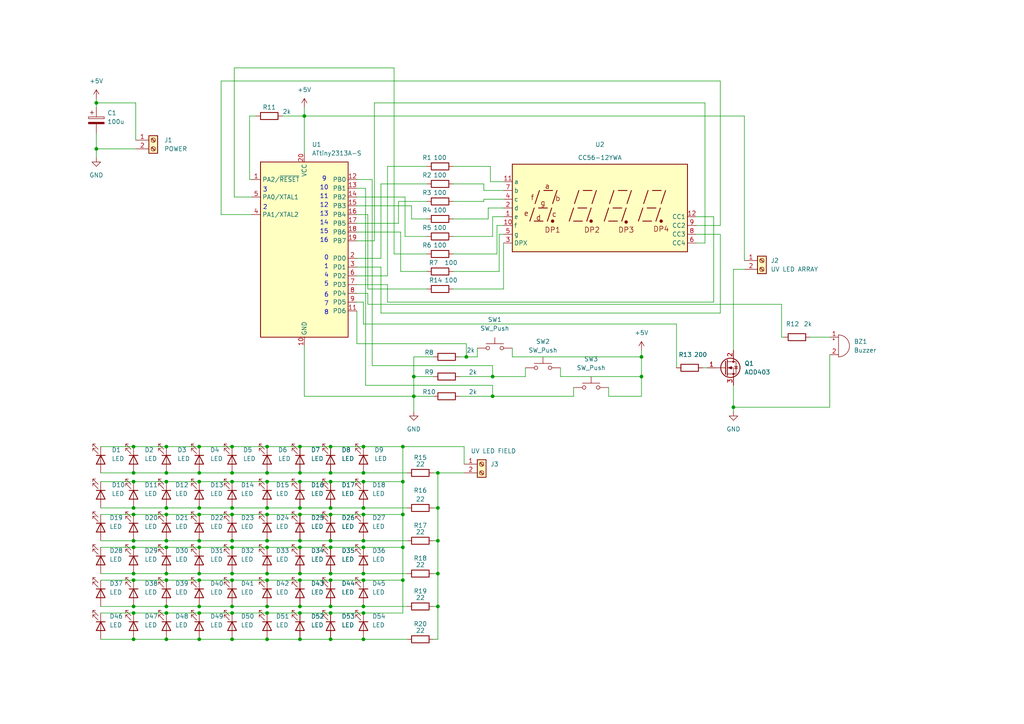
<source format=kicad_sch>
(kicad_sch (version 20230121) (generator eeschema)
  (paper "A4")
  (title_block (title "UV излучатель с таймером") (date "01.12.23") (rev "0.1.1") (company "CYBEREX TECH"))
  (lib_symbols
    (symbol "Connector:Screw_Terminal_01x02" (pin_names (offset 1.016) hide)
      (property "Reference" "J" (at 0 2.54 0))
      (property "Value" "Screw_Terminal_01x02" (at 0 -5.08 0))
      (symbol "Screw_Terminal_01x02_1_1"
        (rectangle (start -1.27 1.27) (end 1.27 -3.81) (stroke (width 0.254)) (fill (type background)))
        (circle (center 0 -2.54) (radius 0.635) (stroke (width 0.1524)))
        (polyline (pts (xy -0.5334 -2.2098) (xy 0.3302 -3.048)) (stroke (width 0.1524)))
        (polyline (pts (xy -0.5334 0.3302) (xy 0.3302 -0.508)) (stroke (width 0.1524)))
        (polyline (pts (xy -0.3556 -2.032) (xy 0.508 -2.8702)) (stroke (width 0.1524)))
        (polyline (pts (xy -0.3556 0.508) (xy 0.508 -0.3302)) (stroke (width 0.1524)))
        (circle (center 0 0) (radius 0.635) (stroke (width 0.1524)))
        (pin passive line (at -5.08 0 0) (length 3.81) (name "Pin_1") (number "1"))
        (pin passive line (at -5.08 -2.54 0) (length 3.81) (name "Pin_2") (number "2"))
      )
    )
    (symbol "Device:Buzzer" (pin_names (offset 0.0254) hide)
      (property "Reference" "BZ" (at 3.81 1.27 0))
      (property "Value" "Buzzer" (at 3.81 -1.27 0))
      (symbol "Buzzer_0_1"
        (arc (start 0 -3.175) (mid 3.1612 0) (end 0 3.175))
        (polyline (pts (xy -1.651 1.905) (xy -1.143 1.905)))
        (polyline (pts (xy -1.397 2.159) (xy -1.397 1.651)))
        (polyline (pts (xy 0 3.175) (xy 0 -3.175)))
      )
      (symbol "Buzzer_1_1"
        (pin passive line (at -2.54 2.54 0) (length 2.54) (name "-") (number "1"))
        (pin passive line (at -2.54 -2.54 0) (length 2.54) (name "+") (number "2"))
      )
    )
    (symbol "Device:C_Polarized" (pin_numbers hide) (pin_names (offset 0.254))
      (property "Reference" "C" (at 0.635 2.54 0))
      (property "Value" "C_Polarized" (at 0.635 -2.54 0))
      (symbol "C_Polarized_0_1"
        (rectangle (start -2.286 0.508) (end 2.286 1.016))
        (polyline (pts (xy -1.778 2.286) (xy -0.762 2.286)))
        (polyline (pts (xy -1.27 2.794) (xy -1.27 1.778)))
        (rectangle (start 2.286 -0.508) (end -2.286 -1.016) (fill (type outline)))
      )
      (symbol "C_Polarized_1_1"
        (pin passive line (at 0 3.81 270) (length 2.794) (name "~") (number "1"))
        (pin passive line (at 0 -3.81 90) (length 2.794) (name "~") (number "2"))
      )
    )
    (symbol "Device:LED" (pin_numbers hide) (pin_names (offset 1.016) hide)
      (property "Reference" "D" (at 0 2.54 0))
      (property "Value" "LED" (at 0 -2.54 0))
      (symbol "LED_0_1"
        (polyline (pts (xy -1.27 -1.27) (xy -1.27 1.27)) (stroke (width 0.254)))
        (polyline (pts (xy -1.27 0) (xy 1.27 0)))
        (polyline (pts (xy 1.27 -1.27) (xy 1.27 1.27) (xy -1.27 0) (xy 1.27 -1.27)) (stroke (width 0.254)))
        (polyline (pts (xy -3.048 -0.762) (xy -4.572 -2.286) (xy -3.81 -2.286) (xy -4.572 -2.286) (xy -4.572 -1.524)))
        (polyline (pts (xy -1.778 -0.762) (xy -3.302 -2.286) (xy -2.54 -2.286) (xy -3.302 -2.286) (xy -3.302 -1.524)))
      )
      (symbol "LED_1_1"
        (pin passive line (at -3.81 0 0) (length 2.54) (name "K") (number "1"))
        (pin passive line (at 3.81 0 180) (length 2.54) (name "A") (number "2"))
      )
    )
    (symbol "Device:Q_NMOS_Depletion_GDS" (pin_names (offset 0) hide)
      (property "Reference" "Q" (at 5.08 1.905 0))
      (property "Value" "Q_NMOS_Depletion_GDS" (at 5.08 0 0))
      (symbol "Q_NMOS_Depletion_GDS_0_1"
        (polyline (pts (xy 0.254 0) (xy -2.54 0)))
        (polyline (pts (xy 0.254 1.905) (xy 0.254 -1.905)) (stroke (width 0.254)))
        (polyline (pts (xy 0.762 2.286) (xy 0.762 -2.286)) (stroke (width 0.254)))
        (polyline (pts (xy 2.54 2.54) (xy 2.54 1.778)))
        (polyline (pts (xy 2.54 -2.54) (xy 2.54 0) (xy 0.762 0)))
        (polyline (pts (xy 0.762 -1.778) (xy 3.302 -1.778) (xy 3.302 1.778) (xy 0.762 1.778)))
        (polyline (pts (xy 1.016 0) (xy 2.032 0.381) (xy 2.032 -0.381) (xy 1.016 0)) (fill (type outline)))
        (polyline (pts (xy 2.794 0.508) (xy 2.921 0.381) (xy 3.683 0.381) (xy 3.81 0.254)))
        (polyline (pts (xy 3.302 0.381) (xy 2.921 -0.254) (xy 3.683 -0.254) (xy 3.302 0.381)))
        (circle (center 1.651 0) (radius 2.794) (stroke (width 0.254)))
        (circle (center 2.54 -1.778) (radius 0.254) (fill (type outline)))
        (circle (center 2.54 1.778) (radius 0.254) (fill (type outline)))
      )
      (symbol "Q_NMOS_Depletion_GDS_1_1"
        (pin input line (at -5.08 0 0) (length 2.54) (name "G") (number "1"))
        (pin passive line (at 2.54 5.08 270) (length 2.54) (name "D") (number "2"))
        (pin passive line (at 2.54 -5.08 90) (length 2.54) (name "S") (number "3"))
      )
    )
    (symbol "Device:R" (pin_numbers hide) (pin_names (offset 0))
      (property "Reference" "R" (at 2.032 0 90))
      (property "Value" "R" (at 0 0 90))
      (symbol "R_0_1"
        (rectangle (start -1.016 -2.54) (end 1.016 2.54) (stroke (width 0.254)))
      )
      (symbol "R_1_1"
        (pin passive line (at 0 3.81 270) (length 1.27) (name "~") (number "1"))
        (pin passive line (at 0 -3.81 90) (length 1.27) (name "~") (number "2"))
      )
    )
    (symbol "Display_Character:CC56-12YWA"
      (property "Reference" "U" (at -24.13 13.97 0))
      (property "Value" "CC56-12YWA" (at 17.78 13.97 0))
      (symbol "CC56-12YWA_0_0"
        (rectangle (start -25.4 12.7) (end 25.4 -12.7) (stroke (width 0.254)) (fill (type background)))
        (polyline (pts (xy -20.32 -3.81) (xy -19.05 0)) (stroke (width 0.254)))
        (polyline (pts (xy -19.05 -3.81) (xy -16.51 -3.81)) (stroke (width 0.254)))
        (polyline (pts (xy -18.796 1.27) (xy -17.526 5.08)) (stroke (width 0.254)))
        (polyline (pts (xy -17.78 0) (xy -15.24 0)) (stroke (width 0.254)))
        (polyline (pts (xy -16.256 5.08) (xy -13.716 5.08)) (stroke (width 0.254)))
        (polyline (pts (xy -15.24 -3.81) (xy -13.97 0)) (stroke (width 0.254)))
        (polyline (pts (xy -13.716 1.27) (xy -12.446 5.08)) (stroke (width 0.254)))
        (polyline (pts (xy -8.89 -3.81) (xy -7.62 0)) (stroke (width 0.254)))
        (polyline (pts (xy -7.62 -3.81) (xy -5.08 -3.81)) (stroke (width 0.254)))
        (polyline (pts (xy -7.366 1.27) (xy -6.096 5.08)) (stroke (width 0.254)))
        (polyline (pts (xy -6.35 0) (xy -3.81 0)) (stroke (width 0.254)))
        (polyline (pts (xy -4.826 5.08) (xy -2.286 5.08)) (stroke (width 0.254)))
        (polyline (pts (xy -3.81 -3.81) (xy -2.54 0)) (stroke (width 0.254)))
        (polyline (pts (xy -2.286 1.27) (xy -1.016 5.08)) (stroke (width 0.254)))
        (polyline (pts (xy 1.27 -3.81) (xy 2.54 0)) (stroke (width 0.254)))
        (polyline (pts (xy 2.54 -3.81) (xy 5.08 -3.81)) (stroke (width 0.254)))
        (polyline (pts (xy 2.794 1.27) (xy 4.064 5.08)) (stroke (width 0.254)))
        (polyline (pts (xy 3.81 0) (xy 6.35 0)) (stroke (width 0.254)))
        (polyline (pts (xy 5.334 5.08) (xy 7.874 5.08)) (stroke (width 0.254)))
        (polyline (pts (xy 6.35 -3.81) (xy 7.62 0)) (stroke (width 0.254)))
        (polyline (pts (xy 7.874 1.27) (xy 9.144 5.08)) (stroke (width 0.254)))
        (polyline (pts (xy 11.176 -3.81) (xy 12.446 0)) (stroke (width 0.254)))
        (polyline (pts (xy 12.446 -3.81) (xy 14.986 -3.81)) (stroke (width 0.254)))
        (polyline (pts (xy 12.7 1.27) (xy 13.97 5.08)) (stroke (width 0.254)))
        (polyline (pts (xy 13.716 0) (xy 16.256 0)) (stroke (width 0.254)))
        (polyline (pts (xy 15.24 5.08) (xy 17.78 5.08)) (stroke (width 0.254)))
        (polyline (pts (xy 16.256 -3.81) (xy 17.526 0)) (stroke (width 0.254)))
        (polyline (pts (xy 17.78 1.27) (xy 19.05 5.08)) (stroke (width 0.254)))
        (text "a" (at -15.24 6.35 0) (effects (font (size 1.524 1.524))))
        (text "b" (at -12.192 2.794 0) (effects (font (size 1.524 1.524))))
        (text "c" (at -13.208 -1.778 0) (effects (font (size 1.524 1.524))))
        (text "d" (at -17.78 -2.794 0) (effects (font (size 1.524 1.524))))
        (text "DP1" (at -13.716 -6.35 0) (effects (font (size 1.524 1.524))))
        (text "DP2" (at -2.286 -6.35 0) (effects (font (size 1.524 1.524))))
        (text "DP3" (at 7.62 -6.35 0) (effects (font (size 1.524 1.524))))
        (text "DP4" (at 17.78 -6.096 0) (effects (font (size 1.524 1.524))))
        (text "e" (at -21.336 -1.524 0) (effects (font (size 1.524 1.524))))
        (text "f" (at -19.558 3.048 0) (effects (font (size 1.524 1.524))))
        (text "g" (at -16.51 1.524 0) (effects (font (size 1.524 1.524))))
      )
      (symbol "CC56-12YWA_0_1"
        (circle (center -13.716 -3.81) (radius 0.3556) (stroke (width 0.254)) (fill (type outline)))
        (circle (center -2.54 -3.81) (radius 0.3556) (stroke (width 0.254)) (fill (type outline)))
      )
      (symbol "CC56-12YWA_1_0"
        (circle (center 7.62 -4.064) (radius 0.3556) (stroke (width 0.254)) (fill (type outline)))
        (circle (center 17.78 -3.81) (radius 0.3556) (stroke (width 0.254)) (fill (type outline)))
      )
      (symbol "CC56-12YWA_1_1"
        (pin input line (at -27.94 -2.54 0) (length 2.54) (name "e") (number "1"))
        (pin input line (at -27.94 -5.08 0) (length 2.54) (name "f") (number "10"))
        (pin input line (at -27.94 7.62 0) (length 2.54) (name "a") (number "11"))
        (pin input line (at 27.94 -2.54 180) (length 2.54) (name "CC1") (number "12"))
        (pin input line (at -27.94 0 0) (length 2.54) (name "d") (number "2"))
        (pin input line (at -27.94 -10.16 0) (length 2.54) (name "DPX") (number "3"))
        (pin input line (at -27.94 2.54 0) (length 2.54) (name "c") (number "4"))
        (pin input line (at -27.94 -7.62 0) (length 2.54) (name "g") (number "5"))
        (pin input line (at 27.94 -10.16 180) (length 2.54) (name "CC4") (number "6"))
        (pin input line (at -27.94 5.08 0) (length 2.54) (name "b") (number "7"))
        (pin input line (at 27.94 -7.62 180) (length 2.54) (name "CC3") (number "8"))
        (pin input line (at 27.94 -5.08 180) (length 2.54) (name "CC2") (number "9"))
      )
    )
    (symbol "MCU_Microchip_ATtiny:ATtiny2313A-S"
      (property "Reference" "U" (at -12.7 26.67 0))
      (property "Value" "ATtiny2313A-S" (at 2.54 -26.67 0))
      (symbol "ATtiny2313A-S_0_1"
        (rectangle (start -12.7 -25.4) (end 12.7 25.4) (stroke (width 0.254)) (fill (type background)))
      )
      (symbol "ATtiny2313A-S_1_1"
        (pin bidirectional line (at -15.24 20.32 0) (length 2.54) (name "PA2/~{RESET}") (number "1"))
        (pin power_in line (at 0 -27.94 90) (length 2.54) (name "GND") (number "10"))
        (pin bidirectional line (at 15.24 -17.78 180) (length 2.54) (name "PD6") (number "11"))
        (pin bidirectional line (at 15.24 20.32 180) (length 2.54) (name "PB0") (number "12"))
        (pin bidirectional line (at 15.24 17.78 180) (length 2.54) (name "PB1") (number "13"))
        (pin bidirectional line (at 15.24 15.24 180) (length 2.54) (name "PB2") (number "14"))
        (pin bidirectional line (at 15.24 12.7 180) (length 2.54) (name "PB3") (number "15"))
        (pin bidirectional line (at 15.24 10.16 180) (length 2.54) (name "PB4") (number "16"))
        (pin bidirectional line (at 15.24 7.62 180) (length 2.54) (name "PB5") (number "17"))
        (pin bidirectional line (at 15.24 5.08 180) (length 2.54) (name "PB6") (number "18"))
        (pin bidirectional line (at 15.24 2.54 180) (length 2.54) (name "PB7") (number "19"))
        (pin bidirectional line (at 15.24 -2.54 180) (length 2.54) (name "PD0") (number "2"))
        (pin power_in line (at 0 27.94 270) (length 2.54) (name "VCC") (number "20"))
        (pin bidirectional line (at 15.24 -5.08 180) (length 2.54) (name "PD1") (number "3"))
        (pin bidirectional line (at -15.24 10.16 0) (length 2.54) (name "PA1/XTAL2") (number "4"))
        (pin bidirectional line (at -15.24 15.24 0) (length 2.54) (name "PA0/XTAL1") (number "5"))
        (pin bidirectional line (at 15.24 -7.62 180) (length 2.54) (name "PD2") (number "6"))
        (pin bidirectional line (at 15.24 -10.16 180) (length 2.54) (name "PD3") (number "7"))
        (pin bidirectional line (at 15.24 -12.7 180) (length 2.54) (name "PD4") (number "8"))
        (pin bidirectional line (at 15.24 -15.24 180) (length 2.54) (name "PD5") (number "9"))
      )
    )
    (symbol "Switch:SW_Push" (pin_numbers hide) (pin_names (offset 1.016) hide)
      (property "Reference" "SW" (at 1.27 2.54 0))
      (property "Value" "SW_Push" (at 0 -1.524 0))
      (symbol "SW_Push_0_1"
        (circle (center -2.032 0) (radius 0.508))
        (polyline (pts (xy 0 1.27) (xy 0 3.048)))
        (polyline (pts (xy 2.54 1.27) (xy -2.54 1.27)))
        (circle (center 2.032 0) (radius 0.508))
        (pin passive line (at -5.08 0 0) (length 2.54) (name "1") (number "1"))
        (pin passive line (at 5.08 0 180) (length 2.54) (name "2") (number "2"))
      )
    )
    (symbol "power:+5V" (power) (pin_names (offset 0))
      (property "Value" "+5V" (at 0 3.556 0))
      (symbol "+5V_0_1"
        (polyline (pts (xy -0.762 1.27) (xy 0 2.54)))
        (polyline (pts (xy 0 0) (xy 0 2.54)))
        (polyline (pts (xy 0 2.54) (xy 0.762 1.27)))
      )
      (symbol "+5V_1_1"
        (pin power_in line (at 0 0 90) (length 0) hide (name "+5V") (number "1"))
      )
    )
    (symbol "power:GND" (power) (pin_names (offset 0))
      (property "Value" "GND" (at 0 -3.81 0))
      (symbol "GND_0_1"
        (polyline (pts (xy 0 0) (xy 0 -1.27) (xy 1.27 -1.27) (xy 0 -2.54) (xy -1.27 -1.27) (xy 0 -1.27)))
      )
      (symbol "GND_1_1"
        (pin power_in line (at 0 0 270) (length 0) hide (name "GND") (number "1"))
      )
    )
  )
  (junction (at 38.735 166.37))
  (junction (at 77.47 175.895))
  (junction (at 77.47 158.75))
  (junction (at 57.785 137.16))
  (junction (at 38.735 139.7))
  (junction (at 116.84 129.54))
  (junction (at 105.41 158.75))
  (junction (at 86.995 129.54))
  (junction (at 127 147.32))
  (junction (at 77.47 156.845))
  (junction (at 95.885 147.32))
  (junction (at 77.47 149.225))
  (junction (at 57.785 185.42))
  (junction (at 95.885 175.895))
  (junction (at 67.31 168.275))
  (junction (at 38.735 137.16))
  (junction (at 38.735 156.845))
  (junction (at 186.055 103.505))
  (junction (at 57.785 166.37))
  (junction (at 48.26 129.54))
  (junction (at 212.725 118.11))
  (junction (at 77.47 139.7))
  (junction (at 48.26 147.32))
  (junction (at 127 175.895))
  (junction (at 95.885 185.42))
  (junction (at 38.735 149.225))
  (junction (at 48.26 149.225))
  (junction (at 105.41 137.16))
  (junction (at 105.41 156.845))
  (junction (at 27.94 43.18))
  (junction (at 38.735 185.42))
  (junction (at 67.31 129.54))
  (junction (at 86.995 147.32))
  (junction (at 116.84 168.275))
  (junction (at 67.31 139.7))
  (junction (at 95.885 137.16))
  (junction (at 77.47 185.42))
  (junction (at 77.47 166.37))
  (junction (at 86.995 139.7))
  (junction (at 57.785 177.8))
  (junction (at 86.995 177.8))
  (junction (at 48.26 177.8))
  (junction (at 38.735 175.895))
  (junction (at 57.785 147.32))
  (junction (at 95.885 177.8))
  (junction (at 142.875 114.935))
  (junction (at 57.785 149.225))
  (junction (at 105.41 166.37))
  (junction (at 38.735 168.275))
  (junction (at 105.41 149.225))
  (junction (at 27.94 29.845))
  (junction (at 48.26 137.16))
  (junction (at 48.26 156.845))
  (junction (at 48.26 175.895))
  (junction (at 105.41 129.54))
  (junction (at 95.885 149.225))
  (junction (at 67.31 158.75))
  (junction (at 86.995 168.275))
  (junction (at 105.41 139.7))
  (junction (at 142.875 109.22))
  (junction (at 48.26 168.275))
  (junction (at 105.41 147.32))
  (junction (at 57.785 158.75))
  (junction (at 57.785 175.895))
  (junction (at 77.47 177.8))
  (junction (at 186.055 109.22))
  (junction (at 120.015 109.22))
  (junction (at 38.735 158.75))
  (junction (at 77.47 168.275))
  (junction (at 57.785 139.7))
  (junction (at 86.995 166.37))
  (junction (at 86.995 137.16))
  (junction (at 95.885 166.37))
  (junction (at 95.885 129.54))
  (junction (at 67.31 177.8))
  (junction (at 105.41 168.275))
  (junction (at 86.995 158.75))
  (junction (at 57.785 129.54))
  (junction (at 38.735 147.32))
  (junction (at 48.26 158.75))
  (junction (at 77.47 129.54))
  (junction (at 95.885 158.75))
  (junction (at 86.995 149.225))
  (junction (at 48.26 166.37))
  (junction (at 67.31 137.16))
  (junction (at 135.255 103.505))
  (junction (at 95.885 139.7))
  (junction (at 86.995 156.845))
  (junction (at 95.885 156.845))
  (junction (at 105.41 177.8))
  (junction (at 127 166.37))
  (junction (at 67.31 185.42))
  (junction (at 77.47 137.16))
  (junction (at 67.31 175.895))
  (junction (at 116.84 149.225))
  (junction (at 67.31 156.845))
  (junction (at 48.26 139.7))
  (junction (at 105.41 175.895))
  (junction (at 48.26 185.42))
  (junction (at 127 137.16))
  (junction (at 57.785 168.275))
  (junction (at 116.84 139.7))
  (junction (at 95.885 168.275))
  (junction (at 120.015 114.935))
  (junction (at 77.47 147.32))
  (junction (at 38.735 129.54))
  (junction (at 116.84 158.75))
  (junction (at 38.735 177.8))
  (junction (at 67.31 149.225))
  (junction (at 86.995 185.42))
  (junction (at 105.41 185.42))
  (junction (at 86.995 175.895))
  (junction (at 67.31 147.32))
  (junction (at 127 156.845))
  (junction (at 57.785 156.845))
  (junction (at 67.31 166.37))
  (junction (at 88.265 33.655))
  (wire (pts (xy 29.21 185.42) (xy 38.735 185.42)))
  (wire (pts (xy 204.47 70.485) (xy 201.93 70.485)))
  (wire (pts (xy 106.68 88.265) (xy 226.695 88.265)))
  (wire (pts (xy 103.505 74.93) (xy 110.49 74.93)))
  (wire (pts (xy 86.995 166.37) (xy 95.885 166.37)))
  (wire (pts (xy 116.205 78.74) (xy 116.205 67.31)))
  (wire (pts (xy 77.47 175.895) (xy 86.995 175.895)))
  (wire (pts (xy 105.41 156.845) (xy 118.11 156.845)))
  (wire (pts (xy 105.41 137.16) (xy 118.11 137.16)))
  (wire (pts (xy 119.38 59.69) (xy 103.505 59.69)))
  (wire (pts (xy 95.885 166.37) (xy 105.41 166.37)))
  (wire (pts (xy 105.41 147.32) (xy 118.11 147.32)))
  (wire (pts (xy 123.825 68.58) (xy 117.475 68.58)))
  (wire (pts (xy 86.995 139.7) (xy 95.885 139.7)))
  (wire (pts (xy 117.475 68.58) (xy 117.475 57.15)))
  (wire (pts (xy 67.31 166.37) (xy 77.47 166.37)))
  (wire (pts (xy 77.47 139.7) (xy 86.995 139.7)))
  (wire (pts (xy 120.015 114.935) (xy 125.73 114.935)))
  (wire (pts (xy 27.94 29.845) (xy 27.94 31.115)))
  (wire (pts (xy 203.835 106.68) (xy 205.105 106.68)))
  (wire (pts (xy 57.785 139.7) (xy 67.31 139.7)))
  (wire (pts (xy 48.26 168.275) (xy 57.785 168.275)))
  (wire (pts (xy 186.055 101.6) (xy 186.055 103.505)))
  (wire (pts (xy 110.49 74.93) (xy 110.49 53.34)))
  (wire (pts (xy 86.995 137.16) (xy 95.885 137.16)))
  (wire (pts (xy 166.37 112.395) (xy 166.37 114.935)))
  (wire (pts (xy 133.35 114.935) (xy 142.875 114.935)))
  (wire (pts (xy 67.31 168.275) (xy 77.47 168.275)))
  (wire (pts (xy 146.05 67.945) (xy 144.78 67.945)))
  (wire (pts (xy 125.73 166.37) (xy 127 166.37)))
  (wire (pts (xy 95.885 156.845) (xy 105.41 156.845)))
  (wire (pts (xy 38.735 156.845) (xy 48.26 156.845)))
  (wire (pts (xy 140.335 55.245) (xy 146.05 55.245)))
  (wire (pts (xy 38.735 149.225) (xy 48.26 149.225)))
  (wire (pts (xy 105.41 149.225) (xy 116.84 149.225)))
  (wire (pts (xy 142.875 109.22) (xy 152.4 109.22)))
  (wire (pts (xy 95.885 158.75) (xy 105.41 158.75)))
  (wire (pts (xy 103.505 77.47) (xy 110.49 77.47)))
  (wire (pts (xy 125.73 137.16) (xy 127 137.16)))
  (wire (pts (xy 48.26 185.42) (xy 57.785 185.42)))
  (wire (pts (xy 106.68 85.09) (xy 106.68 88.265)))
  (wire (pts (xy 120.015 114.935) (xy 120.015 119.38)))
  (wire (pts (xy 29.21 166.37) (xy 38.735 166.37)))
  (wire (pts (xy 135.255 99.695) (xy 135.255 103.505)))
  (wire (pts (xy 162.56 109.22) (xy 186.055 109.22)))
  (wire (pts (xy 125.73 147.32) (xy 127 147.32)))
  (wire (pts (xy 29.21 129.54) (xy 38.735 129.54)))
  (wire (pts (xy 103.505 85.09) (xy 106.68 85.09)))
  (wire (pts (xy 38.735 158.75) (xy 48.26 158.75)))
  (wire (pts (xy 144.78 67.945) (xy 144.78 78.74)))
  (wire (pts (xy 57.785 166.37) (xy 67.31 166.37)))
  (wire (pts (xy 142.875 114.935) (xy 166.37 114.935)))
  (wire (pts (xy 27.94 38.735) (xy 27.94 43.18)))
  (wire (pts (xy 67.31 177.8) (xy 77.47 177.8)))
  (wire (pts (xy 186.055 109.22) (xy 186.055 114.935)))
  (wire (pts (xy 38.735 139.7) (xy 48.26 139.7)))
  (wire (pts (xy 57.785 149.225) (xy 67.31 149.225)))
  (wire (pts (xy 226.695 97.79) (xy 227.33 97.79)))
  (wire (pts (xy 64.135 23.495) (xy 208.915 23.495)))
  (wire (pts (xy 72.39 52.07) (xy 73.025 52.07)))
  (wire (pts (xy 29.21 139.7) (xy 38.735 139.7)))
  (wire (pts (xy 86.995 177.8) (xy 95.885 177.8)))
  (wire (pts (xy 38.735 129.54) (xy 48.26 129.54)))
  (wire (pts (xy 135.255 103.505) (xy 138.43 103.505)))
  (wire (pts (xy 115.57 58.42) (xy 115.57 64.77)))
  (wire (pts (xy 67.31 139.7) (xy 77.47 139.7)))
  (wire (pts (xy 142.875 68.58) (xy 142.875 62.865)))
  (wire (pts (xy 77.47 147.32) (xy 86.995 147.32)))
  (wire (pts (xy 48.26 137.16) (xy 57.785 137.16)))
  (wire (pts (xy 57.785 129.54) (xy 67.31 129.54)))
  (wire (pts (xy 215.9 75.565) (xy 215.9 33.655)))
  (wire (pts (xy 29.21 158.75) (xy 38.735 158.75)))
  (wire (pts (xy 29.21 137.16) (xy 38.735 137.16)))
  (wire (pts (xy 215.9 78.105) (xy 212.725 78.105)))
  (wire (pts (xy 95.885 139.7) (xy 105.41 139.7)))
  (wire (pts (xy 212.725 118.11) (xy 212.725 119.38)))
  (wire (pts (xy 105.41 139.7) (xy 116.84 139.7)))
  (wire (pts (xy 39.37 29.845) (xy 27.94 29.845)))
  (wire (pts (xy 208.915 90.805) (xy 208.915 67.945)))
  (wire (pts (xy 67.945 57.15) (xy 73.025 57.15)))
  (wire (pts (xy 86.995 156.845) (xy 95.885 156.845)))
  (wire (pts (xy 86.995 185.42) (xy 95.885 185.42)))
  (wire (pts (xy 57.785 156.845) (xy 67.31 156.845)))
  (wire (pts (xy 57.785 168.275) (xy 67.31 168.275)))
  (wire (pts (xy 86.995 175.895) (xy 95.885 175.895)))
  (wire (pts (xy 29.21 149.225) (xy 38.735 149.225)))
  (wire (pts (xy 103.505 52.07) (xy 107.95 52.07)))
  (wire (pts (xy 142.875 62.865) (xy 146.05 62.865)))
  (wire (pts (xy 77.47 185.42) (xy 86.995 185.42)))
  (wire (pts (xy 103.505 54.61) (xy 106.045 54.61)))
  (wire (pts (xy 106.045 111.76) (xy 142.875 111.76)))
  (wire (pts (xy 114.3 73.66) (xy 114.3 19.685)))
  (wire (pts (xy 103.505 82.55) (xy 112.395 82.55)))
  (wire (pts (xy 29.21 168.275) (xy 38.735 168.275)))
  (wire (pts (xy 38.735 175.895) (xy 48.26 175.895)))
  (wire (pts (xy 88.265 33.655) (xy 88.265 31.115)))
  (wire (pts (xy 105.41 185.42) (xy 118.11 185.42)))
  (wire (pts (xy 144.78 78.74) (xy 131.445 78.74)))
  (wire (pts (xy 67.31 147.32) (xy 77.47 147.32)))
  (wire (pts (xy 116.84 158.75) (xy 116.84 168.275)))
  (wire (pts (xy 127 137.16) (xy 127 147.32)))
  (wire (pts (xy 48.26 158.75) (xy 57.785 158.75)))
  (wire (pts (xy 86.995 149.225) (xy 95.885 149.225)))
  (wire (pts (xy 196.215 93.98) (xy 196.215 106.68)))
  (wire (pts (xy 107.95 52.07) (xy 107.95 106.045)))
  (wire (pts (xy 140.335 53.34) (xy 140.335 55.245)))
  (wire (pts (xy 95.885 185.42) (xy 105.41 185.42)))
  (wire (pts (xy 112.395 82.55) (xy 112.395 87.63)))
  (wire (pts (xy 105.41 177.8) (xy 116.84 177.8)))
  (wire (pts (xy 142.24 48.26) (xy 142.24 52.705)))
  (wire (pts (xy 207.01 87.63) (xy 207.01 62.865)))
  (wire (pts (xy 95.885 137.16) (xy 105.41 137.16)))
  (wire (pts (xy 106.68 83.82) (xy 106.68 62.23)))
  (wire (pts (xy 152.4 106.68) (xy 152.4 109.22)))
  (wire (pts (xy 105.41 168.275) (xy 116.84 168.275)))
  (wire (pts (xy 141.605 60.325) (xy 146.05 60.325)))
  (wire (pts (xy 117.475 57.15) (xy 103.505 57.15)))
  (wire (pts (xy 148.59 103.505) (xy 186.055 103.505)))
  (wire (pts (xy 131.445 53.34) (xy 140.335 53.34)))
  (wire (pts (xy 57.785 158.75) (xy 67.31 158.75)))
  (wire (pts (xy 103.505 90.17) (xy 103.505 99.695)))
  (wire (pts (xy 108.585 69.85) (xy 108.585 29.845)))
  (wire (pts (xy 88.265 44.45) (xy 88.265 33.655)))
  (wire (pts (xy 125.73 175.895) (xy 127 175.895)))
  (wire (pts (xy 95.885 129.54) (xy 105.41 129.54)))
  (wire (pts (xy 88.265 114.935) (xy 88.265 100.33)))
  (wire (pts (xy 125.73 103.505) (xy 120.015 103.505)))
  (wire (pts (xy 116.84 129.54) (xy 116.84 139.7)))
  (wire (pts (xy 116.84 129.54) (xy 134.62 129.54)))
  (wire (pts (xy 148.59 100.965) (xy 148.59 103.505)))
  (wire (pts (xy 133.35 103.505) (xy 135.255 103.505)))
  (wire (pts (xy 146.05 83.82) (xy 131.445 83.82)))
  (wire (pts (xy 146.05 70.485) (xy 146.05 83.82)))
  (wire (pts (xy 127 137.16) (xy 134.62 137.16)))
  (wire (pts (xy 140.335 57.785) (xy 146.05 57.785)))
  (wire (pts (xy 86.995 168.275) (xy 95.885 168.275)))
  (wire (pts (xy 103.505 99.695) (xy 135.255 99.695)))
  (wire (pts (xy 127 156.845) (xy 127 166.37)))
  (wire (pts (xy 240.665 118.11) (xy 212.725 118.11)))
  (wire (pts (xy 77.47 177.8) (xy 86.995 177.8)))
  (wire (pts (xy 67.31 149.225) (xy 77.47 149.225)))
  (wire (pts (xy 108.585 29.845) (xy 204.47 29.845)))
  (wire (pts (xy 48.26 166.37) (xy 57.785 166.37)))
  (wire (pts (xy 77.47 156.845) (xy 86.995 156.845)))
  (wire (pts (xy 67.31 185.42) (xy 77.47 185.42)))
  (wire (pts (xy 212.725 78.105) (xy 212.725 101.6)))
  (wire (pts (xy 57.785 185.42) (xy 67.31 185.42)))
  (wire (pts (xy 86.995 158.75) (xy 95.885 158.75)))
  (wire (pts (xy 86.995 147.32) (xy 95.885 147.32)))
  (wire (pts (xy 103.505 80.01) (xy 112.395 80.01)))
  (wire (pts (xy 95.885 147.32) (xy 105.41 147.32)))
  (wire (pts (xy 103.505 87.63) (xy 105.41 87.63)))
  (wire (pts (xy 39.37 40.64) (xy 39.37 29.845)))
  (wire (pts (xy 29.21 175.895) (xy 38.735 175.895)))
  (wire (pts (xy 106.68 62.23) (xy 103.505 62.23)))
  (wire (pts (xy 48.26 147.32) (xy 57.785 147.32)))
  (wire (pts (xy 112.395 80.01) (xy 112.395 48.26)))
  (wire (pts (xy 142.875 106.045) (xy 142.875 109.22)))
  (wire (pts (xy 95.885 149.225) (xy 105.41 149.225)))
  (wire (pts (xy 116.84 149.225) (xy 116.84 158.75)))
  (wire (pts (xy 38.735 147.32) (xy 48.26 147.32)))
  (wire (pts (xy 67.31 129.54) (xy 77.47 129.54)))
  (wire (pts (xy 74.295 33.655) (xy 72.39 33.655)))
  (wire (pts (xy 176.53 112.395) (xy 176.53 114.935)))
  (wire (pts (xy 103.505 69.85) (xy 108.585 69.85)))
  (wire (pts (xy 123.825 78.74) (xy 116.205 78.74)))
  (wire (pts (xy 67.31 156.845) (xy 77.47 156.845)))
  (wire (pts (xy 29.21 156.845) (xy 38.735 156.845)))
  (wire (pts (xy 81.915 33.655) (xy 88.265 33.655)))
  (wire (pts (xy 77.47 158.75) (xy 86.995 158.75)))
  (wire (pts (xy 57.785 175.895) (xy 67.31 175.895)))
  (wire (pts (xy 240.665 102.87) (xy 240.665 118.11)))
  (wire (pts (xy 208.915 23.495) (xy 208.915 65.405)))
  (wire (pts (xy 116.205 67.31) (xy 103.505 67.31)))
  (wire (pts (xy 48.26 149.225) (xy 57.785 149.225)))
  (wire (pts (xy 226.695 88.265) (xy 226.695 97.79)))
  (wire (pts (xy 27.94 28.575) (xy 27.94 29.845)))
  (wire (pts (xy 142.875 111.76) (xy 142.875 114.935)))
  (wire (pts (xy 123.825 63.5) (xy 119.38 63.5)))
  (wire (pts (xy 67.31 137.16) (xy 77.47 137.16)))
  (wire (pts (xy 142.24 52.705) (xy 146.05 52.705)))
  (wire (pts (xy 138.43 100.965) (xy 138.43 103.505)))
  (wire (pts (xy 106.045 54.61) (xy 106.045 111.76)))
  (wire (pts (xy 114.3 19.685) (xy 67.945 19.685)))
  (wire (pts (xy 120.015 114.935) (xy 88.265 114.935)))
  (wire (pts (xy 48.26 177.8) (xy 57.785 177.8)))
  (wire (pts (xy 38.735 137.16) (xy 48.26 137.16)))
  (wire (pts (xy 116.84 139.7) (xy 116.84 149.225)))
  (wire (pts (xy 95.885 175.895) (xy 105.41 175.895)))
  (wire (pts (xy 134.62 129.54) (xy 134.62 134.62)))
  (wire (pts (xy 48.26 175.895) (xy 57.785 175.895)))
  (wire (pts (xy 86.995 129.54) (xy 95.885 129.54)))
  (wire (pts (xy 105.41 175.895) (xy 118.11 175.895)))
  (wire (pts (xy 48.26 139.7) (xy 57.785 139.7)))
  (wire (pts (xy 95.885 177.8) (xy 105.41 177.8)))
  (wire (pts (xy 105.41 93.98) (xy 196.215 93.98)))
  (wire (pts (xy 57.785 137.16) (xy 67.31 137.16)))
  (wire (pts (xy 144.145 73.66) (xy 144.145 65.405)))
  (wire (pts (xy 208.915 65.405) (xy 201.93 65.405)))
  (wire (pts (xy 77.47 149.225) (xy 86.995 149.225)))
  (wire (pts (xy 215.9 33.655) (xy 88.265 33.655)))
  (wire (pts (xy 105.41 166.37) (xy 118.11 166.37)))
  (wire (pts (xy 212.725 111.76) (xy 212.725 118.11)))
  (wire (pts (xy 110.49 53.34) (xy 123.825 53.34)))
  (wire (pts (xy 127 147.32) (xy 127 156.845)))
  (wire (pts (xy 67.31 158.75) (xy 77.47 158.75)))
  (wire (pts (xy 131.445 63.5) (xy 141.605 63.5)))
  (wire (pts (xy 116.84 168.275) (xy 116.84 177.8)))
  (wire (pts (xy 105.41 87.63) (xy 105.41 93.98)))
  (wire (pts (xy 162.56 106.68) (xy 162.56 109.22)))
  (wire (pts (xy 107.95 106.045) (xy 142.875 106.045)))
  (wire (pts (xy 110.49 90.805) (xy 208.915 90.805)))
  (wire (pts (xy 38.735 185.42) (xy 48.26 185.42)))
  (wire (pts (xy 27.94 45.72) (xy 27.94 43.18)))
  (wire (pts (xy 120.015 103.505) (xy 120.015 109.22)))
  (wire (pts (xy 48.26 129.54) (xy 57.785 129.54)))
  (wire (pts (xy 67.945 19.685) (xy 67.945 57.15)))
  (wire (pts (xy 207.01 62.865) (xy 201.93 62.865)))
  (wire (pts (xy 141.605 63.5) (xy 141.605 60.325)))
  (wire (pts (xy 38.735 166.37) (xy 48.26 166.37)))
  (wire (pts (xy 120.015 109.22) (xy 125.73 109.22)))
  (wire (pts (xy 110.49 77.47) (xy 110.49 90.805)))
  (wire (pts (xy 234.95 97.79) (xy 240.665 97.79)))
  (wire (pts (xy 125.73 156.845) (xy 127 156.845)))
  (wire (pts (xy 73.025 62.23) (xy 64.135 62.23)))
  (wire (pts (xy 208.915 67.945) (xy 201.93 67.945)))
  (wire (pts (xy 105.41 129.54) (xy 116.84 129.54)))
  (wire (pts (xy 120.015 109.22) (xy 120.015 114.935)))
  (wire (pts (xy 140.335 58.42) (xy 140.335 57.785)))
  (wire (pts (xy 77.47 168.275) (xy 86.995 168.275)))
  (wire (pts (xy 119.38 63.5) (xy 119.38 59.69)))
  (wire (pts (xy 77.47 137.16) (xy 86.995 137.16)))
  (wire (pts (xy 48.26 156.845) (xy 57.785 156.845)))
  (wire (pts (xy 131.445 58.42) (xy 140.335 58.42)))
  (wire (pts (xy 77.47 129.54) (xy 86.995 129.54)))
  (wire (pts (xy 67.31 175.895) (xy 77.47 175.895)))
  (wire (pts (xy 127 175.895) (xy 127 185.42)))
  (wire (pts (xy 38.735 177.8) (xy 48.26 177.8)))
  (wire (pts (xy 144.145 65.405) (xy 146.05 65.405)))
  (wire (pts (xy 131.445 73.66) (xy 144.145 73.66)))
  (wire (pts (xy 39.37 43.18) (xy 27.94 43.18)))
  (wire (pts (xy 123.825 83.82) (xy 106.68 83.82)))
  (wire (pts (xy 127 166.37) (xy 127 175.895)))
  (wire (pts (xy 38.735 168.275) (xy 48.26 168.275)))
  (wire (pts (xy 115.57 64.77) (xy 103.505 64.77)))
  (wire (pts (xy 57.785 177.8) (xy 67.31 177.8)))
  (wire (pts (xy 112.395 48.26) (xy 123.825 48.26)))
  (wire (pts (xy 72.39 33.655) (xy 72.39 52.07)))
  (wire (pts (xy 186.055 103.505) (xy 186.055 109.22)))
  (wire (pts (xy 133.35 109.22) (xy 142.875 109.22)))
  (wire (pts (xy 57.785 147.32) (xy 67.31 147.32)))
  (wire (pts (xy 105.41 158.75) (xy 116.84 158.75)))
  (wire (pts (xy 204.47 29.845) (xy 204.47 70.485)))
  (wire (pts (xy 77.47 166.37) (xy 86.995 166.37)))
  (wire (pts (xy 131.445 48.26) (xy 142.24 48.26)))
  (wire (pts (xy 123.825 73.66) (xy 114.3 73.66)))
  (wire (pts (xy 64.135 62.23) (xy 64.135 23.495)))
  (wire (pts (xy 127 185.42) (xy 125.73 185.42)))
  (wire (pts (xy 29.21 147.32) (xy 38.735 147.32)))
  (wire (pts (xy 112.395 87.63) (xy 207.01 87.63)))
  (wire (pts (xy 186.055 114.935) (xy 176.53 114.935)))
  (wire (pts (xy 95.885 168.275) (xy 105.41 168.275)))
  (wire (pts (xy 29.21 177.8) (xy 38.735 177.8)))
  (wire (pts (xy 131.445 68.58) (xy 142.875 68.58)))
  (wire (pts (xy 123.825 58.42) (xy 115.57 58.42)))
  (text "7\n" (at 93.98 88.9 0) (effects (font (size 1.27 1.27)) (justify left bottom)))
  (text "14" (at 92.71 65.405 0) (effects (font (size 1.27 1.27)) (justify left bottom)))
  (text "4\n" (at 93.98 80.645 0) (effects (font (size 1.27 1.27)) (justify left bottom)))
  (text "8\n" (at 93.98 91.44 0) (effects (font (size 1.27 1.27)) (justify left bottom)))
  (text "10\n" (at 92.71 55.245 0) (effects (font (size 1.27 1.27)) (justify left bottom)))
  (text "1\n" (at 93.98 78.105 0) (effects (font (size 1.27 1.27)) (justify left bottom)))
  (text "5" (at 93.98 83.185 0) (effects (font (size 1.27 1.27)) (justify left bottom)))
  (text "13" (at 92.71 62.865 0) (effects (font (size 1.27 1.27)) (justify left bottom)))
  (text "15" (at 92.71 67.945 0) (effects (font (size 1.27 1.27)) (justify left bottom)))
  (text "12" (at 92.71 60.325 0) (effects (font (size 1.27 1.27)) (justify left bottom)))
  (text "3\n" (at 76.2 55.88 0) (effects (font (size 1.27 1.27)) (justify left bottom)))
  (text "11" (at 92.71 57.785 0) (effects (font (size 1.27 1.27)) (justify left bottom)))
  (text "16" (at 92.71 70.485 0) (effects (font (size 1.27 1.27)) (justify left bottom)))
  (text "0" (at 93.98 75.565 0) (effects (font (size 1.27 1.27)) (justify left bottom)))
  (text "9" (at 93.345 52.705 0) (effects (font (size 1.27 1.27)) (justify left bottom)))
  (text "2\n" (at 76.2 60.96 0) (effects (font (size 1.27 1.27)) (justify left bottom)))
  (text "6\n" (at 93.98 86.36 0) (effects (font (size 1.27 1.27)) (justify left bottom)))
  (symbol (lib_id "Device:R") (at 129.54 103.505 270) (unit 1)
    (property "Reference" "R8" (at 124.46 102.235 90))
    (property "Value" "2k" (at 136.525 101.6 90))
    (property "Footprint" "Resistor_SMD:R_0805_2012Metric" (effects hide))
  )
  (symbol (lib_id "Switch:SW_Push") (at 157.48 106.68 0) (unit 1)
    (property "Reference" "SW2" (at 157.48 99.06 0))
    (property "Value" "SW_Push" (at 157.48 101.6 0))
    (property "Footprint" "Button_Switch_THT:SW_PUSH_6mm" (effects hide))
  )
  (symbol (lib_id "Device:LED") (at 29.21 133.35 270) (unit 1)
    (property "Reference" "D1" (at 32.385 130.4925 90) (effects (justify left)))
    (property "Value" "LED" (at 32.385 133.0325 90) (effects (justify left)))
    (property "Footprint" "LED_THT:LED_D5.0mm" (effects hide))
  )
  (symbol (lib_id "Device:R") (at 121.92 175.895 270) (unit 1)
    (property "Reference" "R19" (at 121.92 171.45 90))
    (property "Value" "22" (at 121.92 173.355 90))
    (property "Footprint" "Resistor_SMD:R_0805_2012Metric" (effects hide))
  )
  (symbol (lib_id "Device:R") (at 121.92 185.42 270) (unit 1)
    (property "Reference" "R20" (at 121.92 180.975 90))
    (property "Value" "22" (at 121.92 182.88 90))
    (property "Footprint" "Resistor_SMD:R_0805_2012Metric" (effects hide))
  )
  (symbol (lib_id "Device:LED") (at 38.735 181.61 270) (unit 1)
    (property "Reference" "D47" (at 41.91 178.7525 90) (effects (justify left)))
    (property "Value" "LED" (at 41.91 181.2925 90) (effects (justify left)))
    (property "Footprint" "LED_THT:LED_D5.0mm" (effects hide))
  )
  (symbol (lib_id "Device:LED") (at 105.41 143.51 270) (unit 1)
    (property "Reference" "D18" (at 107.95 140.6525 90) (effects (justify left)))
    (property "Value" "LED" (at 107.95 143.1925 90) (effects (justify left)))
    (property "Footprint" "LED_THT:LED_D5.0mm" (effects hide))
  )
  (symbol (lib_id "Device:LED") (at 48.26 172.085 270) (unit 1)
    (property "Reference" "D39" (at 50.8 169.2275 90) (effects (justify left)))
    (property "Value" "LED" (at 50.8 171.7675 90) (effects (justify left)))
    (property "Footprint" "LED_THT:LED_D5.0mm" (effects hide))
  )
  (symbol (lib_id "Device:LED") (at 95.885 133.35 270) (unit 1)
    (property "Reference" "D8" (at 99.06 130.4925 90) (effects (justify left)))
    (property "Value" "LED" (at 99.06 133.0325 90) (effects (justify left)))
    (property "Footprint" "LED_THT:LED_D5.0mm" (effects hide))
  )
  (symbol (lib_id "power:GND") (at 212.725 119.38 0) (unit 1)
    (property "Reference" "#PWR06" (effects hide))
    (property "Value" "GND" (at 212.725 124.46 0))
  )
  (symbol (lib_id "Device:R") (at 200.025 106.68 270) (unit 1)
    (property "Reference" "R13" (at 198.755 102.87 90))
    (property "Value" "200" (at 203.2 102.87 90))
    (property "Footprint" "Resistor_SMD:R_0805_2012Metric" (effects hide))
  )
  (symbol (lib_id "Device:LED") (at 57.785 181.61 270) (unit 1)
    (property "Reference" "D49" (at 60.96 178.7525 90) (effects (justify left)))
    (property "Value" "LED" (at 60.96 181.2925 90) (effects (justify left)))
    (property "Footprint" "LED_THT:LED_D5.0mm" (effects hide))
  )
  (symbol (lib_id "Connector:Screw_Terminal_01x02") (at 139.7 134.62 0) (unit 1)
    (property "Reference" "J3" (at 142.24 134.62 0) (effects (justify left)))
    (property "Value" "UV LED FIELD" (at 136.525 130.81 0) (effects (justify left)))
    (property "Footprint" "TerminalBlock:TerminalBlock_bornier-2_P5.08mm" (effects hide))
  )
  (symbol (lib_id "Device:C_Polarized") (at 27.94 34.925 0) (unit 1)
    (property "Reference" "C1" (at 31.115 32.766 0) (effects (justify left)))
    (property "Value" "100u" (at 31.115 35.306 0) (effects (justify left)))
    (property "Footprint" "Capacitor_SMD:CP_Elec_6.3x5.4_Nichicon" (effects hide))
  )
  (symbol (lib_id "Switch:SW_Push") (at 171.45 112.395 0) (unit 1)
    (property "Reference" "SW3" (at 171.45 104.14 0))
    (property "Value" "SW_Push" (at 171.45 106.68 0))
    (property "Footprint" "Button_Switch_THT:SW_PUSH_6mm" (effects hide))
  )
  (symbol (lib_id "power:+5V") (at 27.94 28.575 0) (unit 1)
    (property "Reference" "#PWR05" (effects hide))
    (property "Value" "+5V" (at 27.94 23.495 0))
  )
  (symbol (lib_id "Device:LED") (at 67.31 172.085 270) (unit 1)
    (property "Reference" "D41" (at 69.85 169.2275 90) (effects (justify left)))
    (property "Value" "LED" (at 69.85 171.7675 90) (effects (justify left)))
    (property "Footprint" "LED_THT:LED_D5.0mm" (effects hide))
  )
  (symbol (lib_id "Device:LED") (at 67.31 153.035 270) (unit 1)
    (property "Reference" "D23" (at 69.85 150.1775 90) (effects (justify left)))
    (property "Value" "LED" (at 69.85 152.7175 90) (effects (justify left)))
    (property "Footprint" "LED_THT:LED_D5.0mm" (effects hide))
  )
  (symbol (lib_id "Device:LED") (at 57.785 143.51 270) (unit 1)
    (property "Reference" "D13" (at 60.96 140.6525 90) (effects (justify left)))
    (property "Value" "LED" (at 60.96 143.1925 90) (effects (justify left)))
    (property "Footprint" "LED_THT:LED_D5.0mm" (effects hide))
  )
  (symbol (lib_id "Device:LED") (at 95.885 143.51 270) (unit 1)
    (property "Reference" "D17" (at 99.06 140.6525 90) (effects (justify left)))
    (property "Value" "LED" (at 99.06 143.1925 90) (effects (justify left)))
    (property "Footprint" "LED_THT:LED_D5.0mm" (effects hide))
  )
  (symbol (lib_id "Connector:Screw_Terminal_01x02") (at 220.98 75.565 0) (unit 1)
    (property "Reference" "J2" (at 223.52 75.565 0) (effects (justify left)))
    (property "Value" "UV LED ARRAY" (at 223.52 78.105 0) (effects (justify left)))
    (property "Footprint" "TerminalBlock:TerminalBlock_bornier-2_P5.08mm" (effects hide))
  )
  (symbol (lib_id "Device:LED") (at 95.885 172.085 270) (unit 1)
    (property "Reference" "D44" (at 99.06 169.2275 90) (effects (justify left)))
    (property "Value" "LED" (at 99.06 171.7675 90) (effects (justify left)))
    (property "Footprint" "LED_THT:LED_D5.0mm" (effects hide))
  )
  (symbol (lib_id "Device:LED") (at 86.995 162.56 270) (unit 1)
    (property "Reference" "D34" (at 90.17 159.7025 90) (effects (justify left)))
    (property "Value" "LED" (at 90.17 162.2425 90) (effects (justify left)))
    (property "Footprint" "LED_THT:LED_D5.0mm" (effects hide))
  )
  (symbol (lib_id "Device:LED") (at 95.885 153.035 270) (unit 1)
    (property "Reference" "D26" (at 99.06 150.1775 90) (effects (justify left)))
    (property "Value" "LED" (at 99.06 152.7175 90) (effects (justify left)))
    (property "Footprint" "LED_THT:LED_D5.0mm" (effects hide))
  )
  (symbol (lib_id "Device:R") (at 127.635 68.58 270) (unit 1)
    (property "Reference" "R5" (at 123.825 66.04 90))
    (property "Value" "100" (at 127.635 66.04 90))
    (property "Footprint" "Resistor_SMD:R_0805_2012Metric" (effects hide))
  )
  (symbol (lib_id "Device:R") (at 78.105 33.655 270) (unit 1)
    (property "Reference" "R11" (at 78.105 31.115 90))
    (property "Value" "2k" (at 83.185 32.385 90))
    (property "Footprint" "Resistor_SMD:R_0805_2012Metric" (effects hide))
  )
  (symbol (lib_id "Device:LED") (at 38.735 172.085 270) (unit 1)
    (property "Reference" "D38" (at 41.91 169.2275 90) (effects (justify left)))
    (property "Value" "LED" (at 41.91 171.7675 90) (effects (justify left)))
    (property "Footprint" "LED_THT:LED_D5.0mm" (effects hide))
  )
  (symbol (lib_id "Device:LED") (at 29.21 162.56 270) (unit 1)
    (property "Reference" "D28" (at 31.75 159.7025 90) (effects (justify left)))
    (property "Value" "LED" (at 31.75 162.2425 90) (effects (justify left)))
    (property "Footprint" "LED_THT:LED_D5.0mm" (effects hide))
  )
  (symbol (lib_id "Device:LED") (at 77.47 181.61 270) (unit 1)
    (property "Reference" "D51" (at 80.01 178.7525 90) (effects (justify left)))
    (property "Value" "LED" (at 80.01 181.2925 90) (effects (justify left)))
    (property "Footprint" "LED_THT:LED_D5.0mm" (effects hide))
  )
  (symbol (lib_id "Display_Character:CC56-12YWA") (at 173.99 60.325 0) (unit 1)
    (property "Reference" "U2" (at 173.99 41.91 0))
    (property "Value" "CC56-12YWA" (at 173.99 45.72 0))
    (property "Footprint" "Display_7Segment:CC56-12YWA" (effects hide))
    (property "Datasheet" "http://www.kingbrightusa.com/images/catalog/SPEC/CC56-12YWA.pdf" (effects hide))
  )
  (symbol (lib_id "Device:R") (at 121.92 147.32 270) (unit 1)
    (property "Reference" "R16" (at 121.92 142.24 90))
    (property "Value" "22" (at 121.92 144.78 90))
    (property "Footprint" "Resistor_SMD:R_0805_2012Metric" (effects hide))
  )
  (symbol (lib_id "Device:LED") (at 77.47 153.035 270) (unit 1)
    (property "Reference" "D24" (at 80.01 150.1775 90) (effects (justify left)))
    (property "Value" "LED" (at 80.01 152.7175 90) (effects (justify left)))
    (property "Footprint" "LED_THT:LED_D5.0mm" (effects hide))
  )
  (symbol (lib_id "Device:R") (at 127.635 48.26 270) (unit 1)
    (property "Reference" "R1" (at 123.825 45.72 90))
    (property "Value" "100" (at 127.635 45.72 90))
    (property "Footprint" "Resistor_SMD:R_0805_2012Metric" (effects hide))
  )
  (symbol (lib_id "Device:R") (at 121.92 156.845 270) (unit 1)
    (property "Reference" "R17" (at 121.92 152.4 90))
    (property "Value" "22" (at 121.92 154.305 90))
    (property "Footprint" "Resistor_SMD:R_0805_2012Metric" (effects hide))
  )
  (symbol (lib_id "Device:LED") (at 38.735 133.35 270) (unit 1)
    (property "Reference" "D2" (at 41.91 130.4925 90) (effects (justify left)))
    (property "Value" "LED" (at 41.91 133.0325 90) (effects (justify left)))
    (property "Footprint" "LED_THT:LED_D5.0mm" (effects hide))
  )
  (symbol (lib_id "power:+5V") (at 88.265 31.115 0) (unit 1)
    (property "Reference" "#PWR03" (effects hide))
    (property "Value" "+5V" (at 88.265 26.035 0))
  )
  (symbol (lib_id "Device:LED") (at 57.785 172.085 270) (unit 1)
    (property "Reference" "D40" (at 60.96 169.2275 90) (effects (justify left)))
    (property "Value" "LED" (at 60.96 171.7675 90) (effects (justify left)))
    (property "Footprint" "LED_THT:LED_D5.0mm" (effects hide))
  )
  (symbol (lib_id "Device:LED") (at 95.885 181.61 270) (unit 1)
    (property "Reference" "D53" (at 99.06 178.7525 90) (effects (justify left)))
    (property "Value" "LED" (at 99.06 181.2925 90) (effects (justify left)))
    (property "Footprint" "LED_THT:LED_D5.0mm" (effects hide))
  )
  (symbol (lib_id "Device:R") (at 127.635 63.5 270) (unit 1)
    (property "Reference" "R4" (at 123.825 60.96 90))
    (property "Value" "100" (at 127.635 60.96 90))
    (property "Footprint" "Resistor_SMD:R_0805_2012Metric" (effects hide))
  )
  (symbol (lib_id "Device:LED") (at 105.41 181.61 270) (unit 1)
    (property "Reference" "D54" (at 107.95 178.7525 90) (effects (justify left)))
    (property "Value" "LED" (at 107.95 181.2925 90) (effects (justify left)))
    (property "Footprint" "LED_THT:LED_D5.0mm" (effects hide))
  )
  (symbol (lib_id "Device:LED") (at 105.41 133.35 270) (unit 1)
    (property "Reference" "D9" (at 108.585 130.4925 90) (effects (justify left)))
    (property "Value" "LED" (at 108.585 133.0325 90) (effects (justify left)))
    (property "Footprint" "LED_THT:LED_D5.0mm" (effects hide))
  )
  (symbol (lib_id "Device:R") (at 127.635 53.34 270) (unit 1)
    (property "Reference" "R2" (at 123.825 50.8 90))
    (property "Value" "100" (at 127.635 50.8 90))
    (property "Footprint" "Resistor_SMD:R_0805_2012Metric" (effects hide))
  )
  (symbol (lib_id "Device:LED") (at 105.41 153.035 270) (unit 1)
    (property "Reference" "D27" (at 107.95 150.1775 90) (effects (justify left)))
    (property "Value" "LED" (at 107.95 152.7175 90) (effects (justify left)))
    (property "Footprint" "LED_THT:LED_D5.0mm" (effects hide))
  )
  (symbol (lib_id "Device:LED") (at 29.21 181.61 270) (unit 1)
    (property "Reference" "D46" (at 31.75 178.7525 90) (effects (justify left)))
    (property "Value" "LED" (at 31.75 181.2925 90) (effects (justify left)))
    (property "Footprint" "LED_THT:LED_D5.0mm" (effects hide))
  )
  (symbol (lib_id "Device:LED") (at 77.47 133.35 270) (unit 1)
    (property "Reference" "D6" (at 80.645 130.4925 90) (effects (justify left)))
    (property "Value" "LED" (at 80.645 133.0325 90) (effects (justify left)))
    (property "Footprint" "LED_THT:LED_D5.0mm" (effects hide))
  )
  (symbol (lib_id "Device:LED") (at 29.21 153.035 270) (unit 1)
    (property "Reference" "D19" (at 31.75 150.1775 90) (effects (justify left)))
    (property "Value" "LED" (at 31.75 152.7175 90) (effects (justify left)))
    (property "Footprint" "LED_THT:LED_D5.0mm" (effects hide))
  )
  (symbol (lib_id "power:GND") (at 27.94 45.72 0) (unit 1)
    (property "Reference" "#PWR04" (effects hide))
    (property "Value" "GND" (at 27.94 50.8 0))
  )
  (symbol (lib_id "Device:LED") (at 67.31 133.35 270) (unit 1)
    (property "Reference" "D5" (at 70.485 130.4925 90) (effects (justify left)))
    (property "Value" "LED" (at 70.485 133.0325 90) (effects (justify left)))
    (property "Footprint" "LED_THT:LED_D5.0mm" (effects hide))
  )
  (symbol (lib_id "Device:Q_NMOS_Depletion_GDS") (at 210.185 106.68 0) (unit 1)
    (property "Reference" "Q1" (at 215.9 105.41 0) (effects (justify left)))
    (property "Value" "AOD403" (at 215.9 107.95 0) (effects (justify left)))
    (property "Footprint" "Package_TO_SOT_SMD:TO-252-2" (effects hide))
  )
  (symbol (lib_id "Device:LED") (at 38.735 162.56 270) (unit 1)
    (property "Reference" "D29" (at 41.91 159.7025 90) (effects (justify left)))
    (property "Value" "LED" (at 41.91 162.2425 90) (effects (justify left)))
    (property "Footprint" "LED_THT:LED_D5.0mm" (effects hide))
  )
  (symbol (lib_id "Device:LED") (at 57.785 133.35 270) (unit 1)
    (property "Reference" "D4" (at 60.96 130.4925 90) (effects (justify left)))
    (property "Value" "LED" (at 60.96 133.0325 90) (effects (justify left)))
    (property "Footprint" "LED_THT:LED_D5.0mm" (effects hide))
  )
  (symbol (lib_id "Device:R") (at 127.635 78.74 270) (unit 1)
    (property "Reference" "R7" (at 125.73 76.2 90))
    (property "Value" "100" (at 130.81 76.2 90))
    (property "Footprint" "Resistor_SMD:R_0805_2012Metric" (effects hide))
  )
  (symbol (lib_id "Device:R") (at 129.54 109.22 270) (unit 1)
    (property "Reference" "R9" (at 124.46 107.95 90))
    (property "Value" "2k" (at 137.16 107.95 90))
    (property "Footprint" "Resistor_SMD:R_0805_2012Metric" (effects hide))
  )
  (symbol (lib_id "Device:R") (at 127.635 73.66 270) (unit 1)
    (property "Reference" "R6" (at 123.825 71.12 90))
    (property "Value" "100" (at 127.635 71.12 90))
    (property "Footprint" "Resistor_SMD:R_0805_2012Metric" (effects hide))
  )
  (symbol (lib_id "Device:R") (at 121.92 137.16 270) (unit 1)
    (property "Reference" "R15" (at 121.92 132.715 90))
    (property "Value" "22" (at 121.92 134.62 90))
    (property "Footprint" "Resistor_SMD:R_0805_2012Metric" (effects hide))
  )
  (symbol (lib_id "Device:LED") (at 29.21 172.085 270) (unit 1)
    (property "Reference" "D37" (at 31.75 169.2275 90) (effects (justify left)))
    (property "Value" "LED" (at 31.75 171.7675 90) (effects (justify left)))
    (property "Footprint" "LED_THT:LED_D5.0mm" (effects hide))
  )
  (symbol (lib_id "Device:LED") (at 86.995 143.51 270) (unit 1)
    (property "Reference" "D16" (at 90.17 140.6525 90) (effects (justify left)))
    (property "Value" "LED" (at 90.17 143.1925 90) (effects (justify left)))
    (property "Footprint" "LED_THT:LED_D5.0mm" (effects hide))
  )
  (symbol (lib_id "Device:LED") (at 48.26 162.56 270) (unit 1)
    (property "Reference" "D30" (at 50.8 159.7025 90) (effects (justify left)))
    (property "Value" "LED" (at 50.8 162.2425 90) (effects (justify left)))
    (property "Footprint" "LED_THT:LED_D5.0mm" (effects hide))
  )
  (symbol (lib_id "Device:LED") (at 77.47 162.56 270) (unit 1)
    (property "Reference" "D33" (at 80.01 159.7025 90) (effects (justify left)))
    (property "Value" "LED" (at 80.01 162.2425 90) (effects (justify left)))
    (property "Footprint" "LED_THT:LED_D5.0mm" (effects hide))
  )
  (symbol (lib_id "Device:LED") (at 86.995 181.61 270) (unit 1)
    (property "Reference" "D52" (at 90.17 178.7525 90) (effects (justify left)))
    (property "Value" "LED" (at 90.17 181.2925 90) (effects (justify left)))
    (property "Footprint" "LED_THT:LED_D5.0mm" (effects hide))
  )
  (symbol (lib_id "Device:R") (at 231.14 97.79 270) (unit 1)
    (property "Reference" "R12" (at 229.87 93.98 90))
    (property "Value" "2k" (at 234.315 93.98 90))
    (property "Footprint" "Resistor_SMD:R_0805_2012Metric" (effects hide))
  )
  (symbol (lib_id "Device:LED") (at 105.41 172.085 270) (unit 1)
    (property "Reference" "D45" (at 107.95 169.2275 90) (effects (justify left)))
    (property "Value" "LED" (at 107.95 171.7675 90) (effects (justify left)))
    (property "Footprint" "LED_THT:LED_D5.0mm" (effects hide))
  )
  (symbol (lib_id "Device:LED") (at 95.885 162.56 270) (unit 1)
    (property "Reference" "D35" (at 99.06 159.7025 90) (effects (justify left)))
    (property "Value" "LED" (at 99.06 162.2425 90) (effects (justify left)))
    (property "Footprint" "LED_THT:LED_D5.0mm" (effects hide))
  )
  (symbol (lib_id "Device:LED") (at 38.735 153.035 270) (unit 1)
    (property "Reference" "D20" (at 41.91 150.1775 90) (effects (justify left)))
    (property "Value" "LED" (at 41.91 152.7175 90) (effects (justify left)))
    (property "Footprint" "LED_THT:LED_D5.0mm" (effects hide))
  )
  (symbol (lib_id "Device:R") (at 121.92 166.37 270) (unit 1)
    (property "Reference" "R18" (at 121.92 161.925 90))
    (property "Value" "22" (at 121.92 163.83 90))
    (property "Footprint" "Resistor_SMD:R_0805_2012Metric" (effects hide))
  )
  (symbol (lib_id "Device:LED") (at 57.785 162.56 270) (unit 1)
    (property "Reference" "D31" (at 60.96 159.7025 90) (effects (justify left)))
    (property "Value" "LED" (at 60.96 162.2425 90) (effects (justify left)))
    (property "Footprint" "LED_THT:LED_D5.0mm" (effects hide))
  )
  (symbol (lib_id "power:+5V") (at 186.055 101.6 0) (unit 1)
    (property "Reference" "#PWR01" (effects hide))
    (property "Value" "+5V" (at 186.055 96.52 0))
  )
  (symbol (lib_id "MCU_Microchip_ATtiny:ATtiny2313A-S") (at 88.265 72.39 0) (unit 1)
    (property "Reference" "U1" (at 90.4591 41.91 0) (effects (justify left)))
    (property "Value" "ATtiny2313A-S" (at 90.4591 44.45 0) (effects (justify left)))
    (property "Footprint" "Package_SO:SOIC-20W_7.5x12.8mm_P1.27mm" (effects hide))
    (property "Datasheet" "http://ww1.microchip.com/downloads/en/DeviceDoc/doc8246.pdf" (effects hide))
  )
  (symbol (lib_id "Device:Buzzer") (at 243.205 100.33 0) (unit 1)
    (property "Reference" "BZ1" (at 247.65 99.06 0) (effects (justify left)))
    (property "Value" "Buzzer" (at 247.65 101.6 0) (effects (justify left)))
    (property "Footprint" "Buzzer_Beeper:Buzzer_12x9.5RM7.6" (effects hide))
  )
  (symbol (lib_id "Device:LED") (at 67.31 181.61 270) (unit 1)
    (property "Reference" "D50" (at 69.85 178.7525 90) (effects (justify left)))
    (property "Value" "LED" (at 69.85 181.2925 90) (effects (justify left)))
    (property "Footprint" "LED_THT:LED_D5.0mm" (effects hide))
  )
  (symbol (lib_id "Device:LED") (at 105.41 162.56 270) (unit 1)
    (property "Reference" "D36" (at 107.95 159.7025 90) (effects (justify left)))
    (property "Value" "LED" (at 107.95 162.2425 90) (effects (justify left)))
    (property "Footprint" "LED_THT:LED_D5.0mm" (effects hide))
  )
  (symbol (lib_id "Device:R") (at 127.635 58.42 270) (unit 1)
    (property "Reference" "R3" (at 123.825 55.88 90))
    (property "Value" "100" (at 127.635 55.88 90))
    (property "Footprint" "Resistor_SMD:R_0805_2012Metric" (effects hide))
  )
  (symbol (lib_id "Device:LED") (at 57.785 153.035 270) (unit 1)
    (property "Reference" "D22" (at 60.96 150.1775 90) (effects (justify left)))
    (property "Value" "LED" (at 60.96 152.7175 90) (effects (justify left)))
    (property "Footprint" "LED_THT:LED_D5.0mm" (effects hide))
  )
  (symbol (lib_id "Device:R") (at 127.635 83.82 270) (unit 1)
    (property "Reference" "R14" (at 126.365 81.28 90))
    (property "Value" "100" (at 130.81 81.28 90))
    (property "Footprint" "Resistor_SMD:R_0805_2012Metric" (effects hide))
  )
  (symbol (lib_id "Device:LED") (at 48.26 153.035 270) (unit 1)
    (property "Reference" "D21" (at 50.8 150.1775 90) (effects (justify left)))
    (property "Value" "LED" (at 50.8 152.7175 90) (effects (justify left)))
    (property "Footprint" "LED_THT:LED_D5.0mm" (effects hide))
  )
  (symbol (lib_id "Device:LED") (at 67.31 162.56 270) (unit 1)
    (property "Reference" "D32" (at 69.85 159.7025 90) (effects (justify left)))
    (property "Value" "LED" (at 69.85 162.2425 90) (effects (justify left)))
    (property "Footprint" "LED_THT:LED_D5.0mm" (effects hide))
  )
  (symbol (lib_id "Device:LED") (at 86.995 153.035 270) (unit 1)
    (property "Reference" "D25" (at 90.17 150.1775 90) (effects (justify left)))
    (property "Value" "LED" (at 90.17 152.7175 90) (effects (justify left)))
    (property "Footprint" "LED_THT:LED_D5.0mm" (effects hide))
  )
  (symbol (lib_id "Device:LED") (at 48.26 143.51 270) (unit 1)
    (property "Reference" "D12" (at 50.8 140.6525 90) (effects (justify left)))
    (property "Value" "LED" (at 50.8 143.1925 90) (effects (justify left)))
    (property "Footprint" "LED_THT:LED_D5.0mm" (effects hide))
  )
  (symbol (lib_id "Device:LED") (at 67.31 143.51 270) (unit 1)
    (property "Reference" "D14" (at 69.85 140.6525 90) (effects (justify left)))
    (property "Value" "LED" (at 69.85 143.1925 90) (effects (justify left)))
    (property "Footprint" "LED_THT:LED_D5.0mm" (effects hide))
  )
  (symbol (lib_id "Device:LED") (at 77.47 143.51 270) (unit 1)
    (property "Reference" "D15" (at 80.01 140.6525 90) (effects (justify left)))
    (property "Value" "LED" (at 80.01 143.1925 90) (effects (justify left)))
    (property "Footprint" "LED_THT:LED_D5.0mm" (effects hide))
  )
  (symbol (lib_id "Device:LED") (at 86.995 133.35 270) (unit 1)
    (property "Reference" "D7" (at 90.17 130.4925 90) (effects (justify left)))
    (property "Value" "LED" (at 90.17 133.0325 90) (effects (justify left)))
    (property "Footprint" "LED_THT:LED_D5.0mm" (effects hide))
  )
  (symbol (lib_id "power:GND") (at 120.015 119.38 0) (unit 1)
    (property "Reference" "#PWR02" (effects hide))
    (property "Value" "GND" (at 120.015 124.46 0))
  )
  (symbol (lib_id "Device:LED") (at 38.735 143.51 270) (unit 1)
    (property "Reference" "D11" (at 41.91 140.6525 90) (effects (justify left)))
    (property "Value" "LED" (at 41.91 143.1925 90) (effects (justify left)))
    (property "Footprint" "LED_THT:LED_D5.0mm" (effects hide))
  )
  (symbol (lib_id "Device:LED") (at 77.47 172.085 270) (unit 1)
    (property "Reference" "D42" (at 80.01 169.2275 90) (effects (justify left)))
    (property "Value" "LED" (at 80.01 171.7675 90) (effects (justify left)))
    (property "Footprint" "LED_THT:LED_D5.0mm" (effects hide))
  )
  (symbol (lib_id "Device:LED") (at 86.995 172.085 270) (unit 1)
    (property "Reference" "D43" (at 90.17 169.2275 90) (effects (justify left)))
    (property "Value" "LED" (at 90.17 171.7675 90) (effects (justify left)))
    (property "Footprint" "LED_THT:LED_D5.0mm" (effects hide))
  )
  (symbol (lib_id "Device:LED") (at 29.21 143.51 270) (unit 1)
    (property "Reference" "D10" (at 32.385 140.6525 90) (effects (justify left)))
    (property "Value" "LED" (at 32.385 143.1925 90) (effects (justify left)))
    (property "Footprint" "LED_THT:LED_D5.0mm" (effects hide))
  )
  (symbol (lib_id "Device:LED") (at 48.26 133.35 270) (unit 1)
    (property "Reference" "D3" (at 51.435 130.4925 90) (effects (justify left)))
    (property "Value" "LED" (at 51.435 133.0325 90) (effects (justify left)))
    (property "Footprint" "LED_THT:LED_D5.0mm" (effects hide))
  )
  (symbol (lib_id "Switch:SW_Push") (at 143.51 100.965 0) (unit 1)
    (property "Reference" "SW1" (at 143.51 92.71 0))
    (property "Value" "SW_Push" (at 143.51 95.25 0))
    (property "Footprint" "Button_Switch_THT:SW_PUSH_6mm" (effects hide))
  )
  (symbol (lib_id "Device:R") (at 129.54 114.935 270) (unit 1)
    (property "Reference" "R10" (at 124.46 113.665 90))
    (property "Value" "2k" (at 137.16 113.665 90))
    (property "Footprint" "Resistor_SMD:R_0805_2012Metric" (effects hide))
  )
  (symbol (lib_id "Connector:Screw_Terminal_01x02") (at 44.45 40.64 0) (unit 1)
    (property "Reference" "J1" (at 47.625 40.64 0) (effects (justify left)))
    (property "Value" "POWER" (at 47.625 43.18 0) (effects (justify left)))
    (property "Footprint" "TerminalBlock:TerminalBlock_bornier-2_P5.08mm" (effects hide))
  )
  (symbol (lib_id "Device:LED") (at 48.26 181.61 270) (unit 1)
    (property "Reference" "D48" (at 50.8 178.7525 90) (effects (justify left)))
    (property "Value" "LED" (at 50.8 181.2925 90) (effects (justify left)))
    (property "Footprint" "LED_THT:LED_D5.0mm" (effects hide))
  )
)
</source>
